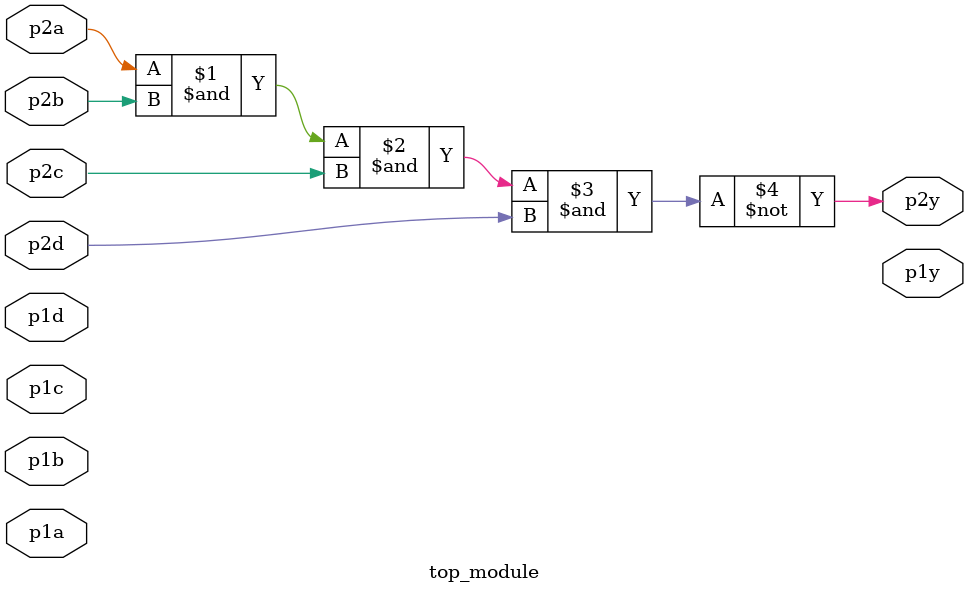
<source format=v>


//Hint: You need to drive two signals (p1y and p2y) with a value.

module top_module ( 
    input p1a, p1b, p1c, p1d,
    output p1y,
    input p2a, p2b, p2c, p2d,
    output p2y );
//assign//assign assign p1y = ~(p1a & p1b & p1c & p1d);
assign p2y = ~(p2a & p2b & p2c & p2d);

endmodule
</source>
